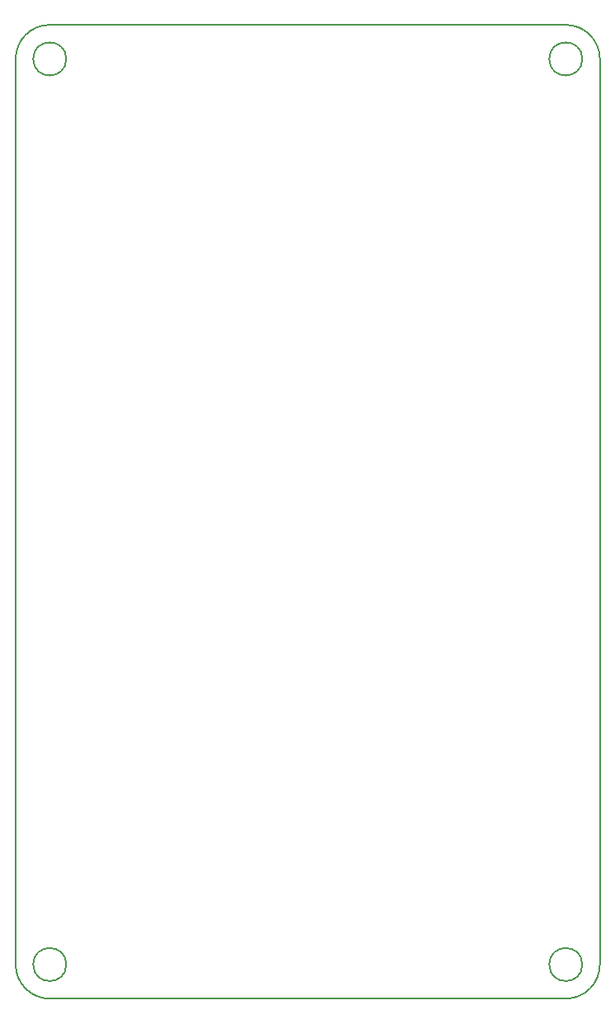
<source format=gbr>
%TF.GenerationSoftware,KiCad,Pcbnew,(5.1.9)-1*%
%TF.CreationDate,2021-06-30T11:02:33-04:00*%
%TF.ProjectId,disco_fish,64697363-6f5f-4666-9973-682e6b696361,rev?*%
%TF.SameCoordinates,Original*%
%TF.FileFunction,Profile,NP*%
%FSLAX46Y46*%
G04 Gerber Fmt 4.6, Leading zero omitted, Abs format (unit mm)*
G04 Created by KiCad (PCBNEW (5.1.9)-1) date 2021-06-30 11:02:33*
%MOMM*%
%LPD*%
G01*
G04 APERTURE LIST*
%TA.AperFunction,Profile*%
%ADD10C,0.200000*%
%TD*%
G04 APERTURE END LIST*
D10*
X140216000Y-45938000D02*
G75*
G03*
X140216000Y-45938000I-1700000J0D01*
G01*
X193216000Y-45938000D02*
G75*
G03*
X193216000Y-45938000I-1700000J0D01*
G01*
X193216000Y-138938000D02*
G75*
G03*
X193216000Y-138938000I-1700000J0D01*
G01*
X140216000Y-138938000D02*
G75*
G03*
X140216000Y-138938000I-1700000J0D01*
G01*
X191516000Y-42438000D02*
X138515999Y-42438000D01*
X135015999Y-45938000D02*
G75*
G02*
X138515999Y-42438000I3500000J0D01*
G01*
X135015999Y-45938000D02*
X135015999Y-138938000D01*
X138515999Y-142438000D02*
G75*
G02*
X135015999Y-138938000I0J3500000D01*
G01*
X138515999Y-142438000D02*
X191515999Y-142438000D01*
X195015999Y-138938000D02*
G75*
G02*
X191515999Y-142438000I-3500000J0D01*
G01*
X195015999Y-138938000D02*
X195015999Y-45938000D01*
X191516000Y-42438000D02*
G75*
G02*
X195016000Y-45938000I0J-3500000D01*
G01*
M02*

</source>
